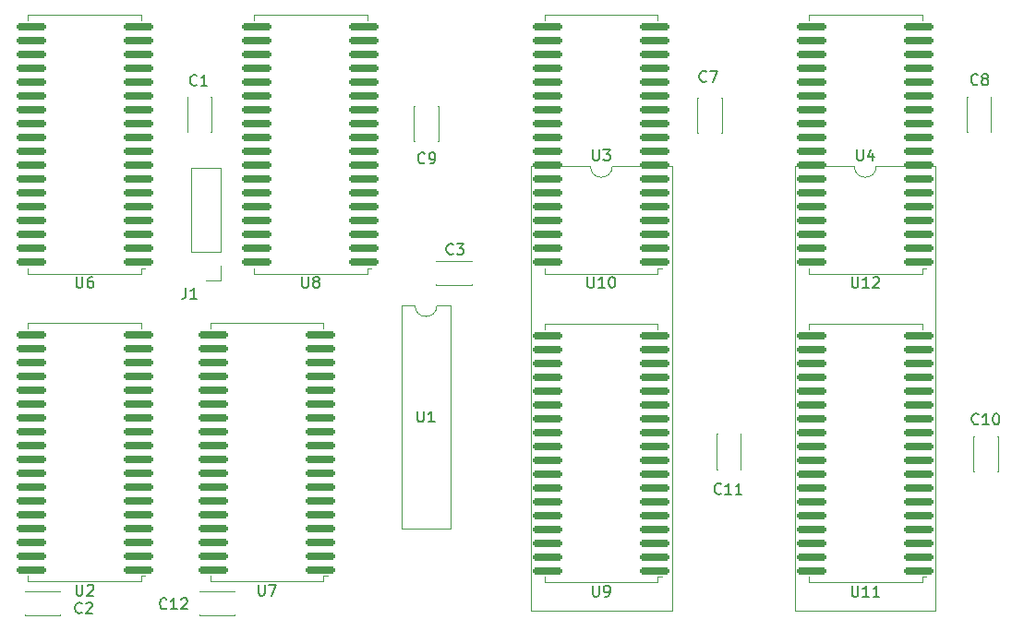
<source format=gbr>
%TF.GenerationSoftware,KiCad,Pcbnew,(6.0.2)*%
%TF.CreationDate,2022-07-24T16:40:57+01:00*%
%TF.ProjectId,Rosco_Hat_RAM,526f7363-6f5f-4486-9174-5f52414d2e6b,rev?*%
%TF.SameCoordinates,Original*%
%TF.FileFunction,Legend,Top*%
%TF.FilePolarity,Positive*%
%FSLAX46Y46*%
G04 Gerber Fmt 4.6, Leading zero omitted, Abs format (unit mm)*
G04 Created by KiCad (PCBNEW (6.0.2)) date 2022-07-24 16:40:57*
%MOMM*%
%LPD*%
G01*
G04 APERTURE LIST*
G04 Aperture macros list*
%AMRoundRect*
0 Rectangle with rounded corners*
0 $1 Rounding radius*
0 $2 $3 $4 $5 $6 $7 $8 $9 X,Y pos of 4 corners*
0 Add a 4 corners polygon primitive as box body*
4,1,4,$2,$3,$4,$5,$6,$7,$8,$9,$2,$3,0*
0 Add four circle primitives for the rounded corners*
1,1,$1+$1,$2,$3*
1,1,$1+$1,$4,$5*
1,1,$1+$1,$6,$7*
1,1,$1+$1,$8,$9*
0 Add four rect primitives between the rounded corners*
20,1,$1+$1,$2,$3,$4,$5,0*
20,1,$1+$1,$4,$5,$6,$7,0*
20,1,$1+$1,$6,$7,$8,$9,0*
20,1,$1+$1,$8,$9,$2,$3,0*%
G04 Aperture macros list end*
%ADD10C,0.150000*%
%ADD11C,0.120000*%
%ADD12RoundRect,0.150000X1.200000X0.150000X-1.200000X0.150000X-1.200000X-0.150000X1.200000X-0.150000X0*%
%ADD13C,1.600000*%
%ADD14R,1.600000X1.600000*%
%ADD15O,1.600000X1.600000*%
%ADD16R,1.700000X1.700000*%
%ADD17O,1.700000X1.700000*%
%ADD18R,2.400000X1.600000*%
%ADD19O,2.400000X1.600000*%
G04 APERTURE END LIST*
D10*
%TO.C,U11*%
X158401904Y-139052380D02*
X158401904Y-139861904D01*
X158449523Y-139957142D01*
X158497142Y-140004761D01*
X158592380Y-140052380D01*
X158782857Y-140052380D01*
X158878095Y-140004761D01*
X158925714Y-139957142D01*
X158973333Y-139861904D01*
X158973333Y-139052380D01*
X159973333Y-140052380D02*
X159401904Y-140052380D01*
X159687619Y-140052380D02*
X159687619Y-139052380D01*
X159592380Y-139195238D01*
X159497142Y-139290476D01*
X159401904Y-139338095D01*
X160925714Y-140052380D02*
X160354285Y-140052380D01*
X160640000Y-140052380D02*
X160640000Y-139052380D01*
X160544761Y-139195238D01*
X160449523Y-139290476D01*
X160354285Y-139338095D01*
%TO.C,U7*%
X103988095Y-138952380D02*
X103988095Y-139761904D01*
X104035714Y-139857142D01*
X104083333Y-139904761D01*
X104178571Y-139952380D01*
X104369047Y-139952380D01*
X104464285Y-139904761D01*
X104511904Y-139857142D01*
X104559523Y-139761904D01*
X104559523Y-138952380D01*
X104940476Y-138952380D02*
X105607142Y-138952380D01*
X105178571Y-139952380D01*
%TO.C,U12*%
X158401904Y-110702380D02*
X158401904Y-111511904D01*
X158449523Y-111607142D01*
X158497142Y-111654761D01*
X158592380Y-111702380D01*
X158782857Y-111702380D01*
X158878095Y-111654761D01*
X158925714Y-111607142D01*
X158973333Y-111511904D01*
X158973333Y-110702380D01*
X159973333Y-111702380D02*
X159401904Y-111702380D01*
X159687619Y-111702380D02*
X159687619Y-110702380D01*
X159592380Y-110845238D01*
X159497142Y-110940476D01*
X159401904Y-110988095D01*
X160354285Y-110797619D02*
X160401904Y-110750000D01*
X160497142Y-110702380D01*
X160735238Y-110702380D01*
X160830476Y-110750000D01*
X160878095Y-110797619D01*
X160925714Y-110892857D01*
X160925714Y-110988095D01*
X160878095Y-111130952D01*
X160306666Y-111702380D01*
X160925714Y-111702380D01*
%TO.C,C3*%
X121833333Y-108557142D02*
X121785714Y-108604761D01*
X121642857Y-108652380D01*
X121547619Y-108652380D01*
X121404761Y-108604761D01*
X121309523Y-108509523D01*
X121261904Y-108414285D01*
X121214285Y-108223809D01*
X121214285Y-108080952D01*
X121261904Y-107890476D01*
X121309523Y-107795238D01*
X121404761Y-107700000D01*
X121547619Y-107652380D01*
X121642857Y-107652380D01*
X121785714Y-107700000D01*
X121833333Y-107747619D01*
X122166666Y-107652380D02*
X122785714Y-107652380D01*
X122452380Y-108033333D01*
X122595238Y-108033333D01*
X122690476Y-108080952D01*
X122738095Y-108128571D01*
X122785714Y-108223809D01*
X122785714Y-108461904D01*
X122738095Y-108557142D01*
X122690476Y-108604761D01*
X122595238Y-108652380D01*
X122309523Y-108652380D01*
X122214285Y-108604761D01*
X122166666Y-108557142D01*
%TO.C,C7*%
X145033333Y-92707142D02*
X144985714Y-92754761D01*
X144842857Y-92802380D01*
X144747619Y-92802380D01*
X144604761Y-92754761D01*
X144509523Y-92659523D01*
X144461904Y-92564285D01*
X144414285Y-92373809D01*
X144414285Y-92230952D01*
X144461904Y-92040476D01*
X144509523Y-91945238D01*
X144604761Y-91850000D01*
X144747619Y-91802380D01*
X144842857Y-91802380D01*
X144985714Y-91850000D01*
X145033333Y-91897619D01*
X145366666Y-91802380D02*
X146033333Y-91802380D01*
X145604761Y-92802380D01*
%TO.C,C10*%
X170007142Y-124157142D02*
X169959523Y-124204761D01*
X169816666Y-124252380D01*
X169721428Y-124252380D01*
X169578571Y-124204761D01*
X169483333Y-124109523D01*
X169435714Y-124014285D01*
X169388095Y-123823809D01*
X169388095Y-123680952D01*
X169435714Y-123490476D01*
X169483333Y-123395238D01*
X169578571Y-123300000D01*
X169721428Y-123252380D01*
X169816666Y-123252380D01*
X169959523Y-123300000D01*
X170007142Y-123347619D01*
X170959523Y-124252380D02*
X170388095Y-124252380D01*
X170673809Y-124252380D02*
X170673809Y-123252380D01*
X170578571Y-123395238D01*
X170483333Y-123490476D01*
X170388095Y-123538095D01*
X171578571Y-123252380D02*
X171673809Y-123252380D01*
X171769047Y-123300000D01*
X171816666Y-123347619D01*
X171864285Y-123442857D01*
X171911904Y-123633333D01*
X171911904Y-123871428D01*
X171864285Y-124061904D01*
X171816666Y-124157142D01*
X171769047Y-124204761D01*
X171673809Y-124252380D01*
X171578571Y-124252380D01*
X171483333Y-124204761D01*
X171435714Y-124157142D01*
X171388095Y-124061904D01*
X171340476Y-123871428D01*
X171340476Y-123633333D01*
X171388095Y-123442857D01*
X171435714Y-123347619D01*
X171483333Y-123300000D01*
X171578571Y-123252380D01*
%TO.C,C12*%
X95557142Y-141107142D02*
X95509523Y-141154761D01*
X95366666Y-141202380D01*
X95271428Y-141202380D01*
X95128571Y-141154761D01*
X95033333Y-141059523D01*
X94985714Y-140964285D01*
X94938095Y-140773809D01*
X94938095Y-140630952D01*
X94985714Y-140440476D01*
X95033333Y-140345238D01*
X95128571Y-140250000D01*
X95271428Y-140202380D01*
X95366666Y-140202380D01*
X95509523Y-140250000D01*
X95557142Y-140297619D01*
X96509523Y-141202380D02*
X95938095Y-141202380D01*
X96223809Y-141202380D02*
X96223809Y-140202380D01*
X96128571Y-140345238D01*
X96033333Y-140440476D01*
X95938095Y-140488095D01*
X96890476Y-140297619D02*
X96938095Y-140250000D01*
X97033333Y-140202380D01*
X97271428Y-140202380D01*
X97366666Y-140250000D01*
X97414285Y-140297619D01*
X97461904Y-140392857D01*
X97461904Y-140488095D01*
X97414285Y-140630952D01*
X96842857Y-141202380D01*
X97461904Y-141202380D01*
%TO.C,U6*%
X87288095Y-110702380D02*
X87288095Y-111511904D01*
X87335714Y-111607142D01*
X87383333Y-111654761D01*
X87478571Y-111702380D01*
X87669047Y-111702380D01*
X87764285Y-111654761D01*
X87811904Y-111607142D01*
X87859523Y-111511904D01*
X87859523Y-110702380D01*
X88764285Y-110702380D02*
X88573809Y-110702380D01*
X88478571Y-110750000D01*
X88430952Y-110797619D01*
X88335714Y-110940476D01*
X88288095Y-111130952D01*
X88288095Y-111511904D01*
X88335714Y-111607142D01*
X88383333Y-111654761D01*
X88478571Y-111702380D01*
X88669047Y-111702380D01*
X88764285Y-111654761D01*
X88811904Y-111607142D01*
X88859523Y-111511904D01*
X88859523Y-111273809D01*
X88811904Y-111178571D01*
X88764285Y-111130952D01*
X88669047Y-111083333D01*
X88478571Y-111083333D01*
X88383333Y-111130952D01*
X88335714Y-111178571D01*
X88288095Y-111273809D01*
%TO.C,C8*%
X169933333Y-93007142D02*
X169885714Y-93054761D01*
X169742857Y-93102380D01*
X169647619Y-93102380D01*
X169504761Y-93054761D01*
X169409523Y-92959523D01*
X169361904Y-92864285D01*
X169314285Y-92673809D01*
X169314285Y-92530952D01*
X169361904Y-92340476D01*
X169409523Y-92245238D01*
X169504761Y-92150000D01*
X169647619Y-92102380D01*
X169742857Y-92102380D01*
X169885714Y-92150000D01*
X169933333Y-92197619D01*
X170504761Y-92530952D02*
X170409523Y-92483333D01*
X170361904Y-92435714D01*
X170314285Y-92340476D01*
X170314285Y-92292857D01*
X170361904Y-92197619D01*
X170409523Y-92150000D01*
X170504761Y-92102380D01*
X170695238Y-92102380D01*
X170790476Y-92150000D01*
X170838095Y-92197619D01*
X170885714Y-92292857D01*
X170885714Y-92340476D01*
X170838095Y-92435714D01*
X170790476Y-92483333D01*
X170695238Y-92530952D01*
X170504761Y-92530952D01*
X170409523Y-92578571D01*
X170361904Y-92626190D01*
X170314285Y-92721428D01*
X170314285Y-92911904D01*
X170361904Y-93007142D01*
X170409523Y-93054761D01*
X170504761Y-93102380D01*
X170695238Y-93102380D01*
X170790476Y-93054761D01*
X170838095Y-93007142D01*
X170885714Y-92911904D01*
X170885714Y-92721428D01*
X170838095Y-92626190D01*
X170790476Y-92578571D01*
X170695238Y-92530952D01*
%TO.C,U4*%
X158858095Y-99022380D02*
X158858095Y-99831904D01*
X158905714Y-99927142D01*
X158953333Y-99974761D01*
X159048571Y-100022380D01*
X159239047Y-100022380D01*
X159334285Y-99974761D01*
X159381904Y-99927142D01*
X159429523Y-99831904D01*
X159429523Y-99022380D01*
X160334285Y-99355714D02*
X160334285Y-100022380D01*
X160096190Y-98974761D02*
X159858095Y-99689047D01*
X160477142Y-99689047D01*
%TO.C,C2*%
X87783333Y-141507142D02*
X87735714Y-141554761D01*
X87592857Y-141602380D01*
X87497619Y-141602380D01*
X87354761Y-141554761D01*
X87259523Y-141459523D01*
X87211904Y-141364285D01*
X87164285Y-141173809D01*
X87164285Y-141030952D01*
X87211904Y-140840476D01*
X87259523Y-140745238D01*
X87354761Y-140650000D01*
X87497619Y-140602380D01*
X87592857Y-140602380D01*
X87735714Y-140650000D01*
X87783333Y-140697619D01*
X88164285Y-140697619D02*
X88211904Y-140650000D01*
X88307142Y-140602380D01*
X88545238Y-140602380D01*
X88640476Y-140650000D01*
X88688095Y-140697619D01*
X88735714Y-140792857D01*
X88735714Y-140888095D01*
X88688095Y-141030952D01*
X88116666Y-141602380D01*
X88735714Y-141602380D01*
%TO.C,U9*%
X134638095Y-139052380D02*
X134638095Y-139861904D01*
X134685714Y-139957142D01*
X134733333Y-140004761D01*
X134828571Y-140052380D01*
X135019047Y-140052380D01*
X135114285Y-140004761D01*
X135161904Y-139957142D01*
X135209523Y-139861904D01*
X135209523Y-139052380D01*
X135733333Y-140052380D02*
X135923809Y-140052380D01*
X136019047Y-140004761D01*
X136066666Y-139957142D01*
X136161904Y-139814285D01*
X136209523Y-139623809D01*
X136209523Y-139242857D01*
X136161904Y-139147619D01*
X136114285Y-139100000D01*
X136019047Y-139052380D01*
X135828571Y-139052380D01*
X135733333Y-139100000D01*
X135685714Y-139147619D01*
X135638095Y-139242857D01*
X135638095Y-139480952D01*
X135685714Y-139576190D01*
X135733333Y-139623809D01*
X135828571Y-139671428D01*
X136019047Y-139671428D01*
X136114285Y-139623809D01*
X136161904Y-139576190D01*
X136209523Y-139480952D01*
%TO.C,J1*%
X97316666Y-111702380D02*
X97316666Y-112416666D01*
X97269047Y-112559523D01*
X97173809Y-112654761D01*
X97030952Y-112702380D01*
X96935714Y-112702380D01*
X98316666Y-112702380D02*
X97745238Y-112702380D01*
X98030952Y-112702380D02*
X98030952Y-111702380D01*
X97935714Y-111845238D01*
X97840476Y-111940476D01*
X97745238Y-111988095D01*
%TO.C,U10*%
X134161904Y-110702380D02*
X134161904Y-111511904D01*
X134209523Y-111607142D01*
X134257142Y-111654761D01*
X134352380Y-111702380D01*
X134542857Y-111702380D01*
X134638095Y-111654761D01*
X134685714Y-111607142D01*
X134733333Y-111511904D01*
X134733333Y-110702380D01*
X135733333Y-111702380D02*
X135161904Y-111702380D01*
X135447619Y-111702380D02*
X135447619Y-110702380D01*
X135352380Y-110845238D01*
X135257142Y-110940476D01*
X135161904Y-110988095D01*
X136352380Y-110702380D02*
X136447619Y-110702380D01*
X136542857Y-110750000D01*
X136590476Y-110797619D01*
X136638095Y-110892857D01*
X136685714Y-111083333D01*
X136685714Y-111321428D01*
X136638095Y-111511904D01*
X136590476Y-111607142D01*
X136542857Y-111654761D01*
X136447619Y-111702380D01*
X136352380Y-111702380D01*
X136257142Y-111654761D01*
X136209523Y-111607142D01*
X136161904Y-111511904D01*
X136114285Y-111321428D01*
X136114285Y-111083333D01*
X136161904Y-110892857D01*
X136209523Y-110797619D01*
X136257142Y-110750000D01*
X136352380Y-110702380D01*
%TO.C,U8*%
X107988095Y-110702380D02*
X107988095Y-111511904D01*
X108035714Y-111607142D01*
X108083333Y-111654761D01*
X108178571Y-111702380D01*
X108369047Y-111702380D01*
X108464285Y-111654761D01*
X108511904Y-111607142D01*
X108559523Y-111511904D01*
X108559523Y-110702380D01*
X109178571Y-111130952D02*
X109083333Y-111083333D01*
X109035714Y-111035714D01*
X108988095Y-110940476D01*
X108988095Y-110892857D01*
X109035714Y-110797619D01*
X109083333Y-110750000D01*
X109178571Y-110702380D01*
X109369047Y-110702380D01*
X109464285Y-110750000D01*
X109511904Y-110797619D01*
X109559523Y-110892857D01*
X109559523Y-110940476D01*
X109511904Y-111035714D01*
X109464285Y-111083333D01*
X109369047Y-111130952D01*
X109178571Y-111130952D01*
X109083333Y-111178571D01*
X109035714Y-111226190D01*
X108988095Y-111321428D01*
X108988095Y-111511904D01*
X109035714Y-111607142D01*
X109083333Y-111654761D01*
X109178571Y-111702380D01*
X109369047Y-111702380D01*
X109464285Y-111654761D01*
X109511904Y-111607142D01*
X109559523Y-111511904D01*
X109559523Y-111321428D01*
X109511904Y-111226190D01*
X109464285Y-111178571D01*
X109369047Y-111130952D01*
%TO.C,C11*%
X146407142Y-130557142D02*
X146359523Y-130604761D01*
X146216666Y-130652380D01*
X146121428Y-130652380D01*
X145978571Y-130604761D01*
X145883333Y-130509523D01*
X145835714Y-130414285D01*
X145788095Y-130223809D01*
X145788095Y-130080952D01*
X145835714Y-129890476D01*
X145883333Y-129795238D01*
X145978571Y-129700000D01*
X146121428Y-129652380D01*
X146216666Y-129652380D01*
X146359523Y-129700000D01*
X146407142Y-129747619D01*
X147359523Y-130652380D02*
X146788095Y-130652380D01*
X147073809Y-130652380D02*
X147073809Y-129652380D01*
X146978571Y-129795238D01*
X146883333Y-129890476D01*
X146788095Y-129938095D01*
X148311904Y-130652380D02*
X147740476Y-130652380D01*
X148026190Y-130652380D02*
X148026190Y-129652380D01*
X147930952Y-129795238D01*
X147835714Y-129890476D01*
X147740476Y-129938095D01*
%TO.C,C9*%
X119233333Y-100207142D02*
X119185714Y-100254761D01*
X119042857Y-100302380D01*
X118947619Y-100302380D01*
X118804761Y-100254761D01*
X118709523Y-100159523D01*
X118661904Y-100064285D01*
X118614285Y-99873809D01*
X118614285Y-99730952D01*
X118661904Y-99540476D01*
X118709523Y-99445238D01*
X118804761Y-99350000D01*
X118947619Y-99302380D01*
X119042857Y-99302380D01*
X119185714Y-99350000D01*
X119233333Y-99397619D01*
X119709523Y-100302380D02*
X119900000Y-100302380D01*
X119995238Y-100254761D01*
X120042857Y-100207142D01*
X120138095Y-100064285D01*
X120185714Y-99873809D01*
X120185714Y-99492857D01*
X120138095Y-99397619D01*
X120090476Y-99350000D01*
X119995238Y-99302380D01*
X119804761Y-99302380D01*
X119709523Y-99350000D01*
X119661904Y-99397619D01*
X119614285Y-99492857D01*
X119614285Y-99730952D01*
X119661904Y-99826190D01*
X119709523Y-99873809D01*
X119804761Y-99921428D01*
X119995238Y-99921428D01*
X120090476Y-99873809D01*
X120138095Y-99826190D01*
X120185714Y-99730952D01*
%TO.C,U3*%
X134658095Y-99022380D02*
X134658095Y-99831904D01*
X134705714Y-99927142D01*
X134753333Y-99974761D01*
X134848571Y-100022380D01*
X135039047Y-100022380D01*
X135134285Y-99974761D01*
X135181904Y-99927142D01*
X135229523Y-99831904D01*
X135229523Y-99022380D01*
X135610476Y-99022380D02*
X136229523Y-99022380D01*
X135896190Y-99403333D01*
X136039047Y-99403333D01*
X136134285Y-99450952D01*
X136181904Y-99498571D01*
X136229523Y-99593809D01*
X136229523Y-99831904D01*
X136181904Y-99927142D01*
X136134285Y-99974761D01*
X136039047Y-100022380D01*
X135753333Y-100022380D01*
X135658095Y-99974761D01*
X135610476Y-99927142D01*
%TO.C,U2*%
X87288095Y-138952380D02*
X87288095Y-139761904D01*
X87335714Y-139857142D01*
X87383333Y-139904761D01*
X87478571Y-139952380D01*
X87669047Y-139952380D01*
X87764285Y-139904761D01*
X87811904Y-139857142D01*
X87859523Y-139761904D01*
X87859523Y-138952380D01*
X88288095Y-139047619D02*
X88335714Y-139000000D01*
X88430952Y-138952380D01*
X88669047Y-138952380D01*
X88764285Y-139000000D01*
X88811904Y-139047619D01*
X88859523Y-139142857D01*
X88859523Y-139238095D01*
X88811904Y-139380952D01*
X88240476Y-139952380D01*
X88859523Y-139952380D01*
%TO.C,C1*%
X98333333Y-93057142D02*
X98285714Y-93104761D01*
X98142857Y-93152380D01*
X98047619Y-93152380D01*
X97904761Y-93104761D01*
X97809523Y-93009523D01*
X97761904Y-92914285D01*
X97714285Y-92723809D01*
X97714285Y-92580952D01*
X97761904Y-92390476D01*
X97809523Y-92295238D01*
X97904761Y-92200000D01*
X98047619Y-92152380D01*
X98142857Y-92152380D01*
X98285714Y-92200000D01*
X98333333Y-92247619D01*
X99285714Y-93152380D02*
X98714285Y-93152380D01*
X99000000Y-93152380D02*
X99000000Y-92152380D01*
X98904761Y-92295238D01*
X98809523Y-92390476D01*
X98714285Y-92438095D01*
%TO.C,U1*%
X118573095Y-123027380D02*
X118573095Y-123836904D01*
X118620714Y-123932142D01*
X118668333Y-123979761D01*
X118763571Y-124027380D01*
X118954047Y-124027380D01*
X119049285Y-123979761D01*
X119096904Y-123932142D01*
X119144523Y-123836904D01*
X119144523Y-123027380D01*
X120144523Y-124027380D02*
X119573095Y-124027380D01*
X119858809Y-124027380D02*
X119858809Y-123027380D01*
X119763571Y-123170238D01*
X119668333Y-123265476D01*
X119573095Y-123313095D01*
D11*
%TO.C,U11*%
X164830000Y-138255000D02*
X165190000Y-138255000D01*
X159640000Y-138755000D02*
X164830000Y-138755000D01*
X154450000Y-138755000D02*
X154450000Y-138255000D01*
X159640000Y-138755000D02*
X154450000Y-138755000D01*
X159640000Y-115045000D02*
X154450000Y-115045000D01*
X159640000Y-115045000D02*
X164830000Y-115045000D01*
X164830000Y-115045000D02*
X164830000Y-115545000D01*
X164830000Y-138755000D02*
X164830000Y-138255000D01*
X154450000Y-115045000D02*
X154450000Y-115545000D01*
%TO.C,U7*%
X109940000Y-138155000D02*
X110300000Y-138155000D01*
X109940000Y-114945000D02*
X109940000Y-115445000D01*
X104750000Y-138655000D02*
X109940000Y-138655000D01*
X104750000Y-138655000D02*
X99560000Y-138655000D01*
X99560000Y-114945000D02*
X99560000Y-115445000D01*
X104750000Y-114945000D02*
X99560000Y-114945000D01*
X104750000Y-114945000D02*
X109940000Y-114945000D01*
X99560000Y-138655000D02*
X99560000Y-138155000D01*
X109940000Y-138655000D02*
X109940000Y-138155000D01*
%TO.C,U12*%
X159640000Y-86695000D02*
X154450000Y-86695000D01*
X154450000Y-86695000D02*
X154450000Y-87195000D01*
X159640000Y-110405000D02*
X164830000Y-110405000D01*
X164830000Y-109905000D02*
X165190000Y-109905000D01*
X159640000Y-86695000D02*
X164830000Y-86695000D01*
X164830000Y-86695000D02*
X164830000Y-87195000D01*
X164830000Y-110405000D02*
X164830000Y-109905000D01*
X159640000Y-110405000D02*
X154450000Y-110405000D01*
X154450000Y-110405000D02*
X154450000Y-109905000D01*
%TO.C,C3*%
X120280000Y-111470000D02*
X120280000Y-111405000D01*
X123520000Y-111470000D02*
X123520000Y-111405000D01*
X123520000Y-109230000D02*
X120280000Y-109230000D01*
X123520000Y-109295000D02*
X123520000Y-109230000D01*
X123520000Y-111470000D02*
X120280000Y-111470000D01*
X120280000Y-109295000D02*
X120280000Y-109230000D01*
%TO.C,C7*%
X146405000Y-97520000D02*
X146470000Y-97520000D01*
X144230000Y-97520000D02*
X144230000Y-94280000D01*
X146405000Y-94280000D02*
X146470000Y-94280000D01*
X146470000Y-97520000D02*
X146470000Y-94280000D01*
X144230000Y-97520000D02*
X144295000Y-97520000D01*
X144230000Y-94280000D02*
X144295000Y-94280000D01*
%TO.C,C10*%
X169530000Y-128570000D02*
X169595000Y-128570000D01*
X169530000Y-125330000D02*
X169595000Y-125330000D01*
X171770000Y-128570000D02*
X171770000Y-125330000D01*
X169530000Y-128570000D02*
X169530000Y-125330000D01*
X171705000Y-128570000D02*
X171770000Y-128570000D01*
X171705000Y-125330000D02*
X171770000Y-125330000D01*
%TO.C,C12*%
X98580000Y-139595000D02*
X98580000Y-139530000D01*
X101820000Y-141770000D02*
X98580000Y-141770000D01*
X101820000Y-139530000D02*
X98580000Y-139530000D01*
X98580000Y-141770000D02*
X98580000Y-141705000D01*
X101820000Y-139595000D02*
X101820000Y-139530000D01*
X101820000Y-141770000D02*
X101820000Y-141705000D01*
%TO.C,U6*%
X82860000Y-110405000D02*
X82860000Y-109905000D01*
X93240000Y-110405000D02*
X93240000Y-109905000D01*
X88050000Y-110405000D02*
X93240000Y-110405000D01*
X88050000Y-86695000D02*
X82860000Y-86695000D01*
X88050000Y-110405000D02*
X82860000Y-110405000D01*
X88050000Y-86695000D02*
X93240000Y-86695000D01*
X93240000Y-86695000D02*
X93240000Y-87195000D01*
X93240000Y-109905000D02*
X93600000Y-109905000D01*
X82860000Y-86695000D02*
X82860000Y-87195000D01*
%TO.C,C8*%
X168930000Y-97420000D02*
X168995000Y-97420000D01*
X168930000Y-94180000D02*
X168995000Y-94180000D01*
X171105000Y-94180000D02*
X171170000Y-94180000D01*
X171105000Y-97420000D02*
X171170000Y-97420000D01*
X168930000Y-97420000D02*
X168930000Y-94180000D01*
X171170000Y-97420000D02*
X171170000Y-94180000D01*
%TO.C,U4*%
X166080000Y-141330000D02*
X166080000Y-100570000D01*
X153160000Y-100570000D02*
X153160000Y-141330000D01*
X158620000Y-100570000D02*
X153160000Y-100570000D01*
X153160000Y-141330000D02*
X166080000Y-141330000D01*
X166080000Y-100570000D02*
X160620000Y-100570000D01*
X158620000Y-100570000D02*
G75*
G03*
X160620000Y-100570000I1000000J0D01*
G01*
%TO.C,C2*%
X85820000Y-141770000D02*
X85820000Y-141705000D01*
X85820000Y-139595000D02*
X85820000Y-139530000D01*
X85820000Y-139530000D02*
X82580000Y-139530000D01*
X85820000Y-141770000D02*
X82580000Y-141770000D01*
X82580000Y-141770000D02*
X82580000Y-141705000D01*
X82580000Y-139595000D02*
X82580000Y-139530000D01*
%TO.C,U9*%
X135400000Y-115045000D02*
X140590000Y-115045000D01*
X135400000Y-138755000D02*
X130210000Y-138755000D01*
X135400000Y-115045000D02*
X130210000Y-115045000D01*
X130210000Y-115045000D02*
X130210000Y-115545000D01*
X140590000Y-115045000D02*
X140590000Y-115545000D01*
X130210000Y-138755000D02*
X130210000Y-138255000D01*
X140590000Y-138255000D02*
X140950000Y-138255000D01*
X135400000Y-138755000D02*
X140590000Y-138755000D01*
X140590000Y-138755000D02*
X140590000Y-138255000D01*
%TO.C,J1*%
X100501000Y-100733400D02*
X97841000Y-100733400D01*
X100501000Y-109683400D02*
X100501000Y-111013400D01*
X100501000Y-108413400D02*
X97841000Y-108413400D01*
X100501000Y-108413400D02*
X100501000Y-100733400D01*
X100501000Y-111013400D02*
X99171000Y-111013400D01*
X97841000Y-108413400D02*
X97841000Y-100733400D01*
%TO.C,U10*%
X135400000Y-110405000D02*
X130210000Y-110405000D01*
X135400000Y-110405000D02*
X140590000Y-110405000D01*
X135400000Y-86695000D02*
X130210000Y-86695000D01*
X130210000Y-110405000D02*
X130210000Y-109905000D01*
X140590000Y-109905000D02*
X140950000Y-109905000D01*
X140590000Y-86695000D02*
X140590000Y-87195000D01*
X135400000Y-86695000D02*
X140590000Y-86695000D01*
X130210000Y-86695000D02*
X130210000Y-87195000D01*
X140590000Y-110405000D02*
X140590000Y-109905000D01*
%TO.C,U8*%
X113940000Y-110405000D02*
X113940000Y-109905000D01*
X113940000Y-86695000D02*
X113940000Y-87195000D01*
X103560000Y-110405000D02*
X103560000Y-109905000D01*
X108750000Y-86695000D02*
X113940000Y-86695000D01*
X108750000Y-86695000D02*
X103560000Y-86695000D01*
X108750000Y-110405000D02*
X113940000Y-110405000D01*
X103560000Y-86695000D02*
X103560000Y-87195000D01*
X108750000Y-110405000D02*
X103560000Y-110405000D01*
X113940000Y-109905000D02*
X114300000Y-109905000D01*
%TO.C,C11*%
X148155000Y-125130000D02*
X148220000Y-125130000D01*
X148155000Y-128370000D02*
X148220000Y-128370000D01*
X145980000Y-128370000D02*
X146045000Y-128370000D01*
X145980000Y-128370000D02*
X145980000Y-125130000D01*
X148220000Y-128370000D02*
X148220000Y-125130000D01*
X145980000Y-125130000D02*
X146045000Y-125130000D01*
%TO.C,C9*%
X120470000Y-98270000D02*
X120470000Y-95030000D01*
X118230000Y-95030000D02*
X118295000Y-95030000D01*
X120405000Y-95030000D02*
X120470000Y-95030000D01*
X118230000Y-98270000D02*
X118230000Y-95030000D01*
X118230000Y-98270000D02*
X118295000Y-98270000D01*
X120405000Y-98270000D02*
X120470000Y-98270000D01*
%TO.C,U3*%
X141880000Y-141330000D02*
X141880000Y-100570000D01*
X128960000Y-141330000D02*
X141880000Y-141330000D01*
X134420000Y-100570000D02*
X128960000Y-100570000D01*
X128960000Y-100570000D02*
X128960000Y-141330000D01*
X141880000Y-100570000D02*
X136420000Y-100570000D01*
X134420000Y-100570000D02*
G75*
G03*
X136420000Y-100570000I1000000J0D01*
G01*
%TO.C,U2*%
X88050000Y-114945000D02*
X93240000Y-114945000D01*
X93240000Y-138155000D02*
X93600000Y-138155000D01*
X93240000Y-138655000D02*
X93240000Y-138155000D01*
X82860000Y-138655000D02*
X82860000Y-138155000D01*
X88050000Y-138655000D02*
X82860000Y-138655000D01*
X82860000Y-114945000D02*
X82860000Y-115445000D01*
X88050000Y-114945000D02*
X82860000Y-114945000D01*
X93240000Y-114945000D02*
X93240000Y-115445000D01*
X88050000Y-138655000D02*
X93240000Y-138655000D01*
%TO.C,C1*%
X97495000Y-97420000D02*
X97430000Y-97420000D01*
X97495000Y-94180000D02*
X97430000Y-94180000D01*
X99670000Y-97420000D02*
X99605000Y-97420000D01*
X99670000Y-94180000D02*
X99605000Y-94180000D01*
X99670000Y-94180000D02*
X99670000Y-97420000D01*
X97430000Y-94180000D02*
X97430000Y-97420000D01*
%TO.C,U1*%
X118335000Y-113345000D02*
X117085000Y-113345000D01*
X117085000Y-113345000D02*
X117085000Y-133785000D01*
X121585000Y-133785000D02*
X121585000Y-113345000D01*
X117085000Y-133785000D02*
X121585000Y-133785000D01*
X121585000Y-113345000D02*
X120335000Y-113345000D01*
X118335000Y-113345000D02*
G75*
G03*
X120335000Y-113345000I1000000J0D01*
G01*
%TD*%
%LPC*%
D12*
%TO.C,U11*%
X164540000Y-137695000D03*
X164540000Y-136425000D03*
X164540000Y-135155000D03*
X164540000Y-133885000D03*
X164540000Y-132615000D03*
X164540000Y-131345000D03*
X164540000Y-130075000D03*
X164540000Y-128805000D03*
X164540000Y-127535000D03*
X164540000Y-126265000D03*
X164540000Y-124995000D03*
X164540000Y-123725000D03*
X164540000Y-122455000D03*
X164540000Y-121185000D03*
X164540000Y-119915000D03*
X164540000Y-118645000D03*
X164540000Y-117375000D03*
X164540000Y-116105000D03*
X154740000Y-116105000D03*
X154740000Y-117375000D03*
X154740000Y-118645000D03*
X154740000Y-119915000D03*
X154740000Y-121185000D03*
X154740000Y-122455000D03*
X154740000Y-123725000D03*
X154740000Y-124995000D03*
X154740000Y-126265000D03*
X154740000Y-127535000D03*
X154740000Y-128805000D03*
X154740000Y-130075000D03*
X154740000Y-131345000D03*
X154740000Y-132615000D03*
X154740000Y-133885000D03*
X154740000Y-135155000D03*
X154740000Y-136425000D03*
X154740000Y-137695000D03*
%TD*%
%TO.C,U7*%
X109650000Y-137595000D03*
X109650000Y-136325000D03*
X109650000Y-135055000D03*
X109650000Y-133785000D03*
X109650000Y-132515000D03*
X109650000Y-131245000D03*
X109650000Y-129975000D03*
X109650000Y-128705000D03*
X109650000Y-127435000D03*
X109650000Y-126165000D03*
X109650000Y-124895000D03*
X109650000Y-123625000D03*
X109650000Y-122355000D03*
X109650000Y-121085000D03*
X109650000Y-119815000D03*
X109650000Y-118545000D03*
X109650000Y-117275000D03*
X109650000Y-116005000D03*
X99850000Y-116005000D03*
X99850000Y-117275000D03*
X99850000Y-118545000D03*
X99850000Y-119815000D03*
X99850000Y-121085000D03*
X99850000Y-122355000D03*
X99850000Y-123625000D03*
X99850000Y-124895000D03*
X99850000Y-126165000D03*
X99850000Y-127435000D03*
X99850000Y-128705000D03*
X99850000Y-129975000D03*
X99850000Y-131245000D03*
X99850000Y-132515000D03*
X99850000Y-133785000D03*
X99850000Y-135055000D03*
X99850000Y-136325000D03*
X99850000Y-137595000D03*
%TD*%
%TO.C,U12*%
X164540000Y-109345000D03*
X164540000Y-108075000D03*
X164540000Y-106805000D03*
X164540000Y-105535000D03*
X164540000Y-104265000D03*
X164540000Y-102995000D03*
X164540000Y-101725000D03*
X164540000Y-100455000D03*
X164540000Y-99185000D03*
X164540000Y-97915000D03*
X164540000Y-96645000D03*
X164540000Y-95375000D03*
X164540000Y-94105000D03*
X164540000Y-92835000D03*
X164540000Y-91565000D03*
X164540000Y-90295000D03*
X164540000Y-89025000D03*
X164540000Y-87755000D03*
X154740000Y-87755000D03*
X154740000Y-89025000D03*
X154740000Y-90295000D03*
X154740000Y-91565000D03*
X154740000Y-92835000D03*
X154740000Y-94105000D03*
X154740000Y-95375000D03*
X154740000Y-96645000D03*
X154740000Y-97915000D03*
X154740000Y-99185000D03*
X154740000Y-100455000D03*
X154740000Y-101725000D03*
X154740000Y-102995000D03*
X154740000Y-104265000D03*
X154740000Y-105535000D03*
X154740000Y-106805000D03*
X154740000Y-108075000D03*
X154740000Y-109345000D03*
%TD*%
D13*
%TO.C,C3*%
X123150000Y-110350000D03*
X120650000Y-110350000D03*
%TD*%
%TO.C,C7*%
X145350000Y-97150000D03*
X145350000Y-94650000D03*
%TD*%
%TO.C,C10*%
X170650000Y-128200000D03*
X170650000Y-125700000D03*
%TD*%
%TO.C,C12*%
X101450000Y-140650000D03*
X98950000Y-140650000D03*
%TD*%
D12*
%TO.C,U6*%
X92950000Y-109345000D03*
X92950000Y-108075000D03*
X92950000Y-106805000D03*
X92950000Y-105535000D03*
X92950000Y-104265000D03*
X92950000Y-102995000D03*
X92950000Y-101725000D03*
X92950000Y-100455000D03*
X92950000Y-99185000D03*
X92950000Y-97915000D03*
X92950000Y-96645000D03*
X92950000Y-95375000D03*
X92950000Y-94105000D03*
X92950000Y-92835000D03*
X92950000Y-91565000D03*
X92950000Y-90295000D03*
X92950000Y-89025000D03*
X92950000Y-87755000D03*
X83150000Y-87755000D03*
X83150000Y-89025000D03*
X83150000Y-90295000D03*
X83150000Y-91565000D03*
X83150000Y-92835000D03*
X83150000Y-94105000D03*
X83150000Y-95375000D03*
X83150000Y-96645000D03*
X83150000Y-97915000D03*
X83150000Y-99185000D03*
X83150000Y-100455000D03*
X83150000Y-101725000D03*
X83150000Y-102995000D03*
X83150000Y-104265000D03*
X83150000Y-105535000D03*
X83150000Y-106805000D03*
X83150000Y-108075000D03*
X83150000Y-109345000D03*
%TD*%
D13*
%TO.C,C8*%
X170050000Y-97050000D03*
X170050000Y-94550000D03*
%TD*%
D14*
%TO.C,U4*%
X152000000Y-101900000D03*
D15*
X152000000Y-104440000D03*
X152000000Y-106980000D03*
X152000000Y-109520000D03*
X152000000Y-112060000D03*
X152000000Y-114600000D03*
X152000000Y-117140000D03*
X152000000Y-119680000D03*
X152000000Y-122220000D03*
X152000000Y-124760000D03*
X152000000Y-127300000D03*
X152000000Y-129840000D03*
X152000000Y-132380000D03*
X152000000Y-134920000D03*
X152000000Y-137460000D03*
X152000000Y-140000000D03*
X167240000Y-140000000D03*
X167240000Y-137460000D03*
X167240000Y-134920000D03*
X167240000Y-132380000D03*
X167240000Y-129840000D03*
X167240000Y-127300000D03*
X167240000Y-124760000D03*
X167240000Y-122220000D03*
X167240000Y-119680000D03*
X167240000Y-117140000D03*
X167240000Y-114600000D03*
X167240000Y-112060000D03*
X167240000Y-109520000D03*
X167240000Y-106980000D03*
X167240000Y-104440000D03*
X167240000Y-101900000D03*
%TD*%
D13*
%TO.C,C2*%
X85450000Y-140650000D03*
X82950000Y-140650000D03*
%TD*%
D12*
%TO.C,U9*%
X140300000Y-137695000D03*
X140300000Y-136425000D03*
X140300000Y-135155000D03*
X140300000Y-133885000D03*
X140300000Y-132615000D03*
X140300000Y-131345000D03*
X140300000Y-130075000D03*
X140300000Y-128805000D03*
X140300000Y-127535000D03*
X140300000Y-126265000D03*
X140300000Y-124995000D03*
X140300000Y-123725000D03*
X140300000Y-122455000D03*
X140300000Y-121185000D03*
X140300000Y-119915000D03*
X140300000Y-118645000D03*
X140300000Y-117375000D03*
X140300000Y-116105000D03*
X130500000Y-116105000D03*
X130500000Y-117375000D03*
X130500000Y-118645000D03*
X130500000Y-119915000D03*
X130500000Y-121185000D03*
X130500000Y-122455000D03*
X130500000Y-123725000D03*
X130500000Y-124995000D03*
X130500000Y-126265000D03*
X130500000Y-127535000D03*
X130500000Y-128805000D03*
X130500000Y-130075000D03*
X130500000Y-131345000D03*
X130500000Y-132615000D03*
X130500000Y-133885000D03*
X130500000Y-135155000D03*
X130500000Y-136425000D03*
X130500000Y-137695000D03*
%TD*%
D16*
%TO.C,J1*%
X99171000Y-109683400D03*
D17*
X99171000Y-107143400D03*
X99171000Y-104603400D03*
X99171000Y-102063400D03*
%TD*%
D12*
%TO.C,U10*%
X140300000Y-109345000D03*
X140300000Y-108075000D03*
X140300000Y-106805000D03*
X140300000Y-105535000D03*
X140300000Y-104265000D03*
X140300000Y-102995000D03*
X140300000Y-101725000D03*
X140300000Y-100455000D03*
X140300000Y-99185000D03*
X140300000Y-97915000D03*
X140300000Y-96645000D03*
X140300000Y-95375000D03*
X140300000Y-94105000D03*
X140300000Y-92835000D03*
X140300000Y-91565000D03*
X140300000Y-90295000D03*
X140300000Y-89025000D03*
X140300000Y-87755000D03*
X130500000Y-87755000D03*
X130500000Y-89025000D03*
X130500000Y-90295000D03*
X130500000Y-91565000D03*
X130500000Y-92835000D03*
X130500000Y-94105000D03*
X130500000Y-95375000D03*
X130500000Y-96645000D03*
X130500000Y-97915000D03*
X130500000Y-99185000D03*
X130500000Y-100455000D03*
X130500000Y-101725000D03*
X130500000Y-102995000D03*
X130500000Y-104265000D03*
X130500000Y-105535000D03*
X130500000Y-106805000D03*
X130500000Y-108075000D03*
X130500000Y-109345000D03*
%TD*%
%TO.C,U8*%
X113650000Y-109345000D03*
X113650000Y-108075000D03*
X113650000Y-106805000D03*
X113650000Y-105535000D03*
X113650000Y-104265000D03*
X113650000Y-102995000D03*
X113650000Y-101725000D03*
X113650000Y-100455000D03*
X113650000Y-99185000D03*
X113650000Y-97915000D03*
X113650000Y-96645000D03*
X113650000Y-95375000D03*
X113650000Y-94105000D03*
X113650000Y-92835000D03*
X113650000Y-91565000D03*
X113650000Y-90295000D03*
X113650000Y-89025000D03*
X113650000Y-87755000D03*
X103850000Y-87755000D03*
X103850000Y-89025000D03*
X103850000Y-90295000D03*
X103850000Y-91565000D03*
X103850000Y-92835000D03*
X103850000Y-94105000D03*
X103850000Y-95375000D03*
X103850000Y-96645000D03*
X103850000Y-97915000D03*
X103850000Y-99185000D03*
X103850000Y-100455000D03*
X103850000Y-101725000D03*
X103850000Y-102995000D03*
X103850000Y-104265000D03*
X103850000Y-105535000D03*
X103850000Y-106805000D03*
X103850000Y-108075000D03*
X103850000Y-109345000D03*
%TD*%
D13*
%TO.C,C11*%
X147100000Y-128000000D03*
X147100000Y-125500000D03*
%TD*%
%TO.C,C9*%
X119350000Y-97900000D03*
X119350000Y-95400000D03*
%TD*%
D14*
%TO.C,U3*%
X127800000Y-101900000D03*
D15*
X127800000Y-104440000D03*
X127800000Y-106980000D03*
X127800000Y-109520000D03*
X127800000Y-112060000D03*
X127800000Y-114600000D03*
X127800000Y-117140000D03*
X127800000Y-119680000D03*
X127800000Y-122220000D03*
X127800000Y-124760000D03*
X127800000Y-127300000D03*
X127800000Y-129840000D03*
X127800000Y-132380000D03*
X127800000Y-134920000D03*
X127800000Y-137460000D03*
X127800000Y-140000000D03*
X143040000Y-140000000D03*
X143040000Y-137460000D03*
X143040000Y-134920000D03*
X143040000Y-132380000D03*
X143040000Y-129840000D03*
X143040000Y-127300000D03*
X143040000Y-124760000D03*
X143040000Y-122220000D03*
X143040000Y-119680000D03*
X143040000Y-117140000D03*
X143040000Y-114600000D03*
X143040000Y-112060000D03*
X143040000Y-109520000D03*
X143040000Y-106980000D03*
X143040000Y-104440000D03*
X143040000Y-101900000D03*
%TD*%
D12*
%TO.C,U2*%
X92950000Y-137595000D03*
X92950000Y-136325000D03*
X92950000Y-135055000D03*
X92950000Y-133785000D03*
X92950000Y-132515000D03*
X92950000Y-131245000D03*
X92950000Y-129975000D03*
X92950000Y-128705000D03*
X92950000Y-127435000D03*
X92950000Y-126165000D03*
X92950000Y-124895000D03*
X92950000Y-123625000D03*
X92950000Y-122355000D03*
X92950000Y-121085000D03*
X92950000Y-119815000D03*
X92950000Y-118545000D03*
X92950000Y-117275000D03*
X92950000Y-116005000D03*
X83150000Y-116005000D03*
X83150000Y-117275000D03*
X83150000Y-118545000D03*
X83150000Y-119815000D03*
X83150000Y-121085000D03*
X83150000Y-122355000D03*
X83150000Y-123625000D03*
X83150000Y-124895000D03*
X83150000Y-126165000D03*
X83150000Y-127435000D03*
X83150000Y-128705000D03*
X83150000Y-129975000D03*
X83150000Y-131245000D03*
X83150000Y-132515000D03*
X83150000Y-133785000D03*
X83150000Y-135055000D03*
X83150000Y-136325000D03*
X83150000Y-137595000D03*
%TD*%
D13*
%TO.C,C1*%
X98550000Y-94550000D03*
X98550000Y-97050000D03*
%TD*%
D18*
%TO.C,U1*%
X115525000Y-114675000D03*
D19*
X115525000Y-117215000D03*
X115525000Y-119755000D03*
X115525000Y-122295000D03*
X115525000Y-124835000D03*
X115525000Y-127375000D03*
X115525000Y-129915000D03*
X115525000Y-132455000D03*
X123145000Y-132455000D03*
X123145000Y-129915000D03*
X123145000Y-127375000D03*
X123145000Y-124835000D03*
X123145000Y-122295000D03*
X123145000Y-119755000D03*
X123145000Y-117215000D03*
X123145000Y-114675000D03*
%TD*%
M02*

</source>
